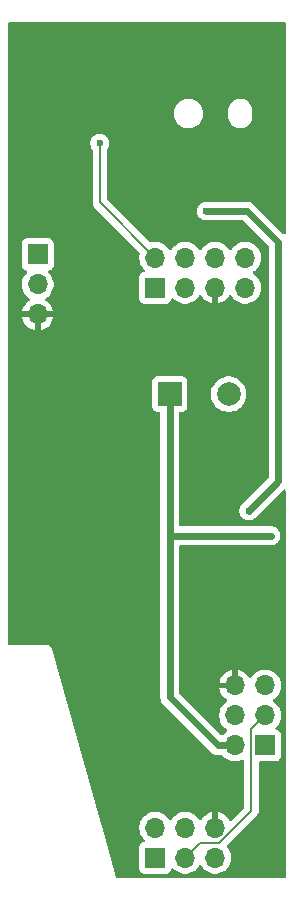
<source format=gbr>
%TF.GenerationSoftware,KiCad,Pcbnew,9.0.0*%
%TF.CreationDate,2025-03-02T17:32:46-06:00*%
%TF.ProjectId,ptSolar-Breakout,7074536f-6c61-4722-9d42-7265616b6f75,rev?*%
%TF.SameCoordinates,Original*%
%TF.FileFunction,Copper,L2,Bot*%
%TF.FilePolarity,Positive*%
%FSLAX46Y46*%
G04 Gerber Fmt 4.6, Leading zero omitted, Abs format (unit mm)*
G04 Created by KiCad (PCBNEW 9.0.0) date 2025-03-02 17:32:46*
%MOMM*%
%LPD*%
G01*
G04 APERTURE LIST*
%TA.AperFunction,ComponentPad*%
%ADD10R,1.700000X1.700000*%
%TD*%
%TA.AperFunction,ComponentPad*%
%ADD11O,1.700000X1.700000*%
%TD*%
%TA.AperFunction,ComponentPad*%
%ADD12R,2.000000X2.000000*%
%TD*%
%TA.AperFunction,ComponentPad*%
%ADD13C,2.000000*%
%TD*%
%TA.AperFunction,ViaPad*%
%ADD14C,0.600000*%
%TD*%
%TA.AperFunction,Conductor*%
%ADD15C,0.200000*%
%TD*%
%TA.AperFunction,Conductor*%
%ADD16C,0.600000*%
%TD*%
G04 APERTURE END LIST*
D10*
%TO.P,J2,1,Pin_1*%
%TO.N,Net-(J2-Pin_1)*%
X155700000Y-90740000D03*
D11*
%TO.P,J2,2,Pin_2*%
%TO.N,+3.3V*%
X155700000Y-88200000D03*
%TO.P,J2,3,Pin_3*%
%TO.N,Net-(J2-Pin_3)*%
X158240000Y-90740000D03*
%TO.P,J2,4,Pin_4*%
%TO.N,Net-(J2-Pin_4)*%
X158240000Y-88200000D03*
%TO.P,J2,5,Pin_5*%
%TO.N,GND*%
X160780000Y-90740000D03*
%TO.P,J2,6,Pin_6*%
%TO.N,Net-(J2-Pin_6)*%
X160780000Y-88200000D03*
%TO.P,J2,7,Pin_7*%
%TO.N,unconnected-(J2-Pin_7-Pad7)*%
X163320000Y-90740000D03*
%TO.P,J2,8,Pin_8*%
%TO.N,Net-(J2-Pin_8)*%
X163320000Y-88200000D03*
%TD*%
D10*
%TO.P,J1,1,Pin_1*%
%TO.N,/MISO*%
X165000000Y-129500000D03*
D11*
%TO.P,J1,2,Pin_2*%
%TO.N,+BATT*%
X162460000Y-129500000D03*
%TO.P,J1,3,Pin_3*%
%TO.N,/SCK*%
X165000000Y-126960000D03*
%TO.P,J1,4,Pin_4*%
%TO.N,/MOSI*%
X162460000Y-126960000D03*
%TO.P,J1,5,Pin_5*%
%TO.N,/RESET*%
X165000000Y-124420000D03*
%TO.P,J1,6,Pin_6*%
%TO.N,GND*%
X162460000Y-124420000D03*
%TD*%
D10*
%TO.P,J3,1,Pin_1*%
%TO.N,/MISO*%
X155700000Y-139000000D03*
D11*
%TO.P,J3,2,Pin_2*%
%TO.N,+BATT*%
X155700000Y-136460000D03*
%TO.P,J3,3,Pin_3*%
%TO.N,/SCK*%
X158240000Y-139000000D03*
%TO.P,J3,4,Pin_4*%
%TO.N,/MOSI*%
X158240000Y-136460000D03*
%TO.P,J3,5,Pin_5*%
%TO.N,/RESET*%
X160780000Y-139000000D03*
%TO.P,J3,6,Pin_6*%
%TO.N,GND*%
X160780000Y-136460000D03*
%TD*%
D10*
%TO.P,J5,1,Pin_1*%
%TO.N,Net-(J2-Pin_1)*%
X145750000Y-87920000D03*
D11*
%TO.P,J5,2,Pin_2*%
%TO.N,Net-(J2-Pin_3)*%
X145750000Y-90460000D03*
%TO.P,J5,3,Pin_3*%
%TO.N,GND*%
X145750000Y-93000000D03*
%TD*%
D12*
%TO.P,PZ1,1*%
%TO.N,+BATT*%
X156926041Y-99750000D03*
D13*
%TO.P,PZ1,2*%
%TO.N,Net-(D1-A)*%
X161926041Y-99750000D03*
%TD*%
D14*
%TO.N,+3.3V*%
X151000000Y-78500000D03*
%TO.N,+BATT*%
X165500000Y-111750000D03*
%TO.N,Net-(U1-VI)*%
X163625000Y-109625000D03*
X160000000Y-84250000D03*
%TO.N,GND*%
X159500000Y-107000000D03*
X165500000Y-138750000D03*
X160250000Y-70500000D03*
X149000000Y-120000000D03*
X145750000Y-81250000D03*
X154000000Y-70500000D03*
X154000000Y-107000000D03*
X159500000Y-120000000D03*
X163750000Y-107000000D03*
X144750000Y-120000000D03*
X164750000Y-120000000D03*
X157750000Y-84500000D03*
X154000000Y-120000000D03*
X165750000Y-70500000D03*
X144750000Y-106750000D03*
X149000000Y-106750000D03*
%TD*%
D15*
%TO.N,+3.3V*%
X151000000Y-83500000D02*
X151000000Y-78500000D01*
X155700000Y-88200000D02*
X151000000Y-83500000D01*
D16*
%TO.N,+BATT*%
X161000000Y-129500000D02*
X156926041Y-125426041D01*
X165500000Y-111750000D02*
X156926041Y-111750000D01*
X156926041Y-125426041D02*
X156926041Y-111750000D01*
X156926041Y-111750000D02*
X156926041Y-99750000D01*
X162460000Y-129500000D02*
X161000000Y-129500000D01*
%TO.N,Net-(U1-VI)*%
X166126041Y-107123959D02*
X166126041Y-86876041D01*
X163500000Y-84250000D02*
X160000000Y-84250000D01*
X163625000Y-109625000D02*
X166126041Y-107123959D01*
X166126041Y-86876041D02*
X163500000Y-84250000D01*
D15*
%TO.N,/SCK*%
X165000000Y-126960000D02*
X163850000Y-128110000D01*
X163850000Y-135016346D02*
X161116346Y-137750000D01*
X161116346Y-137750000D02*
X159490000Y-137750000D01*
X159490000Y-137750000D02*
X158240000Y-139000000D01*
X163850000Y-128110000D02*
X163850000Y-135016346D01*
%TD*%
%TA.AperFunction,Conductor*%
%TO.N,GND*%
G36*
X166692539Y-68270185D02*
G01*
X166738294Y-68322989D01*
X166749500Y-68374500D01*
X166749500Y-86068059D01*
X166729815Y-86135098D01*
X166677011Y-86180853D01*
X166607853Y-86190797D01*
X166544297Y-86161772D01*
X166537819Y-86155740D01*
X164010292Y-83628213D01*
X164010288Y-83628210D01*
X163879185Y-83540609D01*
X163879172Y-83540602D01*
X163733501Y-83480264D01*
X163733489Y-83480261D01*
X163578845Y-83449500D01*
X163578842Y-83449500D01*
X159921158Y-83449500D01*
X159921155Y-83449500D01*
X159766510Y-83480261D01*
X159766498Y-83480264D01*
X159620827Y-83540602D01*
X159620814Y-83540609D01*
X159489711Y-83628210D01*
X159489707Y-83628213D01*
X159378213Y-83739707D01*
X159378210Y-83739711D01*
X159290609Y-83870814D01*
X159290602Y-83870827D01*
X159230264Y-84016498D01*
X159230261Y-84016510D01*
X159199500Y-84171153D01*
X159199500Y-84328846D01*
X159230261Y-84483489D01*
X159230264Y-84483501D01*
X159290602Y-84629172D01*
X159290609Y-84629185D01*
X159378210Y-84760288D01*
X159378213Y-84760292D01*
X159489707Y-84871786D01*
X159489711Y-84871789D01*
X159620814Y-84959390D01*
X159620827Y-84959397D01*
X159766498Y-85019735D01*
X159766503Y-85019737D01*
X159921153Y-85050499D01*
X159921156Y-85050500D01*
X159921158Y-85050500D01*
X163117060Y-85050500D01*
X163184099Y-85070185D01*
X163204741Y-85086819D01*
X165289222Y-87171300D01*
X165322707Y-87232623D01*
X165325541Y-87258981D01*
X165325541Y-106741018D01*
X165305856Y-106808057D01*
X165289222Y-106828699D01*
X163003213Y-109114707D01*
X163003210Y-109114711D01*
X162915609Y-109245814D01*
X162915602Y-109245827D01*
X162855264Y-109391498D01*
X162855261Y-109391510D01*
X162824500Y-109546153D01*
X162824500Y-109703846D01*
X162855261Y-109858489D01*
X162855264Y-109858501D01*
X162915602Y-110004172D01*
X162915609Y-110004185D01*
X163003210Y-110135288D01*
X163003213Y-110135292D01*
X163114707Y-110246786D01*
X163114711Y-110246789D01*
X163245814Y-110334390D01*
X163245827Y-110334397D01*
X163391498Y-110394735D01*
X163391503Y-110394737D01*
X163546153Y-110425499D01*
X163546156Y-110425500D01*
X163546158Y-110425500D01*
X163703844Y-110425500D01*
X163703845Y-110425499D01*
X163858497Y-110394737D01*
X164004179Y-110334394D01*
X164135289Y-110246789D01*
X166537819Y-107844259D01*
X166599142Y-107810774D01*
X166668834Y-107815758D01*
X166724767Y-107857630D01*
X166749184Y-107923094D01*
X166749500Y-107931940D01*
X166749500Y-140625500D01*
X166729815Y-140692539D01*
X166677011Y-140738294D01*
X166625500Y-140749500D01*
X152474352Y-140749500D01*
X152407313Y-140729815D01*
X152361558Y-140677011D01*
X152354897Y-140658766D01*
X152269050Y-140350498D01*
X151156021Y-136353713D01*
X154349500Y-136353713D01*
X154349500Y-136566286D01*
X154382753Y-136776239D01*
X154448444Y-136978414D01*
X154544951Y-137167820D01*
X154669890Y-137339786D01*
X154783430Y-137453326D01*
X154816915Y-137514649D01*
X154811931Y-137584341D01*
X154770059Y-137640274D01*
X154739083Y-137657189D01*
X154607669Y-137706203D01*
X154607664Y-137706206D01*
X154492455Y-137792452D01*
X154492452Y-137792455D01*
X154406206Y-137907664D01*
X154406202Y-137907671D01*
X154355908Y-138042517D01*
X154349501Y-138102116D01*
X154349500Y-138102135D01*
X154349500Y-139897870D01*
X154349501Y-139897876D01*
X154355908Y-139957483D01*
X154406202Y-140092328D01*
X154406206Y-140092335D01*
X154492452Y-140207544D01*
X154492455Y-140207547D01*
X154607664Y-140293793D01*
X154607671Y-140293797D01*
X154742517Y-140344091D01*
X154742516Y-140344091D01*
X154749444Y-140344835D01*
X154802127Y-140350500D01*
X156597872Y-140350499D01*
X156657483Y-140344091D01*
X156792331Y-140293796D01*
X156907546Y-140207546D01*
X156993796Y-140092331D01*
X157042810Y-139960916D01*
X157084681Y-139904984D01*
X157150145Y-139880566D01*
X157218418Y-139895417D01*
X157246673Y-139916569D01*
X157360213Y-140030109D01*
X157532179Y-140155048D01*
X157532181Y-140155049D01*
X157532184Y-140155051D01*
X157721588Y-140251557D01*
X157923757Y-140317246D01*
X158133713Y-140350500D01*
X158133714Y-140350500D01*
X158346286Y-140350500D01*
X158346287Y-140350500D01*
X158556243Y-140317246D01*
X158758412Y-140251557D01*
X158947816Y-140155051D01*
X159034138Y-140092335D01*
X159119786Y-140030109D01*
X159119788Y-140030106D01*
X159119792Y-140030104D01*
X159270104Y-139879792D01*
X159270106Y-139879788D01*
X159270109Y-139879786D01*
X159395048Y-139707820D01*
X159395047Y-139707820D01*
X159395051Y-139707816D01*
X159399514Y-139699054D01*
X159447488Y-139648259D01*
X159515308Y-139631463D01*
X159581444Y-139653999D01*
X159620486Y-139699056D01*
X159624951Y-139707820D01*
X159749890Y-139879786D01*
X159900213Y-140030109D01*
X160072179Y-140155048D01*
X160072181Y-140155049D01*
X160072184Y-140155051D01*
X160261588Y-140251557D01*
X160463757Y-140317246D01*
X160673713Y-140350500D01*
X160673714Y-140350500D01*
X160886286Y-140350500D01*
X160886287Y-140350500D01*
X161096243Y-140317246D01*
X161298412Y-140251557D01*
X161487816Y-140155051D01*
X161574138Y-140092335D01*
X161659786Y-140030109D01*
X161659788Y-140030106D01*
X161659792Y-140030104D01*
X161810104Y-139879792D01*
X161810106Y-139879788D01*
X161810109Y-139879786D01*
X161935048Y-139707820D01*
X161935047Y-139707820D01*
X161935051Y-139707816D01*
X162031557Y-139518412D01*
X162097246Y-139316243D01*
X162130500Y-139106287D01*
X162130500Y-138893713D01*
X162097246Y-138683757D01*
X162031557Y-138481588D01*
X161935051Y-138292184D01*
X161935049Y-138292181D01*
X161935048Y-138292179D01*
X161810109Y-138120213D01*
X161790419Y-138100523D01*
X161756934Y-138039200D01*
X161761918Y-137969508D01*
X161790419Y-137925161D01*
X162262255Y-137453325D01*
X164330520Y-135385062D01*
X164409577Y-135248130D01*
X164450501Y-135095403D01*
X164450501Y-134937288D01*
X164450501Y-134929693D01*
X164450500Y-134929675D01*
X164450500Y-130974499D01*
X164470185Y-130907460D01*
X164522989Y-130861705D01*
X164574500Y-130850499D01*
X165897871Y-130850499D01*
X165897872Y-130850499D01*
X165957483Y-130844091D01*
X166092331Y-130793796D01*
X166207546Y-130707546D01*
X166293796Y-130592331D01*
X166344091Y-130457483D01*
X166350500Y-130397873D01*
X166350499Y-128602128D01*
X166344091Y-128542517D01*
X166317004Y-128469894D01*
X166293797Y-128407671D01*
X166293793Y-128407664D01*
X166207547Y-128292455D01*
X166207544Y-128292452D01*
X166092335Y-128206206D01*
X166092328Y-128206202D01*
X165960917Y-128157189D01*
X165904983Y-128115318D01*
X165880566Y-128049853D01*
X165895418Y-127981580D01*
X165916563Y-127953332D01*
X166030104Y-127839792D01*
X166155051Y-127667816D01*
X166251557Y-127478412D01*
X166317246Y-127276243D01*
X166350500Y-127066287D01*
X166350500Y-126853713D01*
X166317246Y-126643757D01*
X166251557Y-126441588D01*
X166155051Y-126252184D01*
X166155049Y-126252181D01*
X166155048Y-126252179D01*
X166030109Y-126080213D01*
X165879786Y-125929890D01*
X165707820Y-125804951D01*
X165707115Y-125804591D01*
X165699054Y-125800485D01*
X165648259Y-125752512D01*
X165631463Y-125684692D01*
X165653999Y-125618556D01*
X165699054Y-125579515D01*
X165707816Y-125575051D01*
X165729789Y-125559086D01*
X165879786Y-125450109D01*
X165879788Y-125450106D01*
X165879792Y-125450104D01*
X166030104Y-125299792D01*
X166030106Y-125299788D01*
X166030109Y-125299786D01*
X166155048Y-125127820D01*
X166155050Y-125127817D01*
X166155051Y-125127816D01*
X166251557Y-124938412D01*
X166317246Y-124736243D01*
X166350500Y-124526287D01*
X166350500Y-124313713D01*
X166317246Y-124103757D01*
X166251557Y-123901588D01*
X166155051Y-123712184D01*
X166155049Y-123712181D01*
X166155048Y-123712179D01*
X166030109Y-123540213D01*
X165879786Y-123389890D01*
X165707820Y-123264951D01*
X165518414Y-123168444D01*
X165518413Y-123168443D01*
X165518412Y-123168443D01*
X165316243Y-123102754D01*
X165316241Y-123102753D01*
X165316240Y-123102753D01*
X165154957Y-123077208D01*
X165106287Y-123069500D01*
X164893713Y-123069500D01*
X164845042Y-123077208D01*
X164683760Y-123102753D01*
X164481585Y-123168444D01*
X164292179Y-123264951D01*
X164120213Y-123389890D01*
X163969890Y-123540213D01*
X163844949Y-123712182D01*
X163840202Y-123721499D01*
X163792227Y-123772293D01*
X163724405Y-123789087D01*
X163658271Y-123766548D01*
X163619234Y-123721495D01*
X163614622Y-123712444D01*
X163489727Y-123540540D01*
X163489723Y-123540535D01*
X163339464Y-123390276D01*
X163339459Y-123390272D01*
X163167557Y-123265379D01*
X162978215Y-123168903D01*
X162776124Y-123103241D01*
X162710000Y-123092768D01*
X162710000Y-123986988D01*
X162652993Y-123954075D01*
X162525826Y-123920000D01*
X162394174Y-123920000D01*
X162267007Y-123954075D01*
X162210000Y-123986988D01*
X162210000Y-123092768D01*
X162209999Y-123092768D01*
X162143875Y-123103241D01*
X161941784Y-123168903D01*
X161752442Y-123265379D01*
X161580540Y-123390272D01*
X161580535Y-123390276D01*
X161430276Y-123540535D01*
X161430272Y-123540540D01*
X161305379Y-123712442D01*
X161208904Y-123901782D01*
X161143242Y-124103870D01*
X161143242Y-124103873D01*
X161132769Y-124170000D01*
X162026988Y-124170000D01*
X161994075Y-124227007D01*
X161960000Y-124354174D01*
X161960000Y-124485826D01*
X161994075Y-124612993D01*
X162026988Y-124670000D01*
X161132769Y-124670000D01*
X161143242Y-124736126D01*
X161143242Y-124736129D01*
X161208904Y-124938217D01*
X161305379Y-125127557D01*
X161430272Y-125299459D01*
X161430276Y-125299464D01*
X161580535Y-125449723D01*
X161580540Y-125449727D01*
X161752444Y-125574622D01*
X161761495Y-125579234D01*
X161812292Y-125627208D01*
X161829087Y-125695029D01*
X161806550Y-125761164D01*
X161761499Y-125800202D01*
X161752182Y-125804949D01*
X161580213Y-125929890D01*
X161429890Y-126080213D01*
X161304951Y-126252179D01*
X161208444Y-126441585D01*
X161142753Y-126643760D01*
X161109500Y-126853713D01*
X161109500Y-127066286D01*
X161142753Y-127276239D01*
X161208444Y-127478414D01*
X161304951Y-127667820D01*
X161429890Y-127839786D01*
X161580213Y-127990109D01*
X161752182Y-128115050D01*
X161760946Y-128119516D01*
X161811742Y-128167491D01*
X161828536Y-128235312D01*
X161805998Y-128301447D01*
X161760946Y-128340484D01*
X161752182Y-128344949D01*
X161580213Y-128469890D01*
X161580209Y-128469894D01*
X161428772Y-128621332D01*
X161367449Y-128654817D01*
X161297757Y-128649833D01*
X161253410Y-128621332D01*
X157762860Y-125130782D01*
X157729375Y-125069459D01*
X157726541Y-125043101D01*
X157726541Y-112674500D01*
X157746226Y-112607461D01*
X157799030Y-112561706D01*
X157850541Y-112550500D01*
X165578844Y-112550500D01*
X165578845Y-112550499D01*
X165733497Y-112519737D01*
X165879179Y-112459394D01*
X166010289Y-112371789D01*
X166121789Y-112260289D01*
X166209394Y-112129179D01*
X166269737Y-111983497D01*
X166300500Y-111828842D01*
X166300500Y-111671158D01*
X166300500Y-111671155D01*
X166300499Y-111671153D01*
X166269738Y-111516510D01*
X166269737Y-111516503D01*
X166269735Y-111516498D01*
X166209397Y-111370827D01*
X166209390Y-111370814D01*
X166121789Y-111239711D01*
X166121786Y-111239707D01*
X166010292Y-111128213D01*
X166010288Y-111128210D01*
X165879185Y-111040609D01*
X165879172Y-111040602D01*
X165733501Y-110980264D01*
X165733489Y-110980261D01*
X165578845Y-110949500D01*
X165578842Y-110949500D01*
X157850541Y-110949500D01*
X157783502Y-110929815D01*
X157737747Y-110877011D01*
X157726541Y-110825500D01*
X157726541Y-101374499D01*
X157746226Y-101307460D01*
X157799030Y-101261705D01*
X157850541Y-101250499D01*
X157973912Y-101250499D01*
X157973913Y-101250499D01*
X158033524Y-101244091D01*
X158168372Y-101193796D01*
X158283587Y-101107546D01*
X158369837Y-100992331D01*
X158420132Y-100857483D01*
X158426541Y-100797873D01*
X158426540Y-99631902D01*
X160425541Y-99631902D01*
X160425541Y-99868097D01*
X160462487Y-100101368D01*
X160535474Y-100325996D01*
X160642698Y-100536433D01*
X160781524Y-100727510D01*
X160948531Y-100894517D01*
X161139608Y-101033343D01*
X161239032Y-101084002D01*
X161350044Y-101140566D01*
X161350046Y-101140566D01*
X161350049Y-101140568D01*
X161470453Y-101179689D01*
X161574672Y-101213553D01*
X161807944Y-101250500D01*
X161807949Y-101250500D01*
X162044138Y-101250500D01*
X162277409Y-101213553D01*
X162502033Y-101140568D01*
X162712474Y-101033343D01*
X162903551Y-100894517D01*
X163070558Y-100727510D01*
X163209384Y-100536433D01*
X163316609Y-100325992D01*
X163389594Y-100101368D01*
X163426541Y-99868097D01*
X163426541Y-99631902D01*
X163389594Y-99398631D01*
X163316607Y-99174003D01*
X163209383Y-98963566D01*
X163070558Y-98772490D01*
X162903551Y-98605483D01*
X162712474Y-98466657D01*
X162502037Y-98359433D01*
X162277409Y-98286446D01*
X162044138Y-98249500D01*
X162044133Y-98249500D01*
X161807949Y-98249500D01*
X161807944Y-98249500D01*
X161574672Y-98286446D01*
X161350044Y-98359433D01*
X161139607Y-98466657D01*
X161083160Y-98507669D01*
X160948531Y-98605483D01*
X160948529Y-98605485D01*
X160948528Y-98605485D01*
X160781526Y-98772487D01*
X160781526Y-98772488D01*
X160781524Y-98772490D01*
X160721903Y-98854550D01*
X160642698Y-98963566D01*
X160535474Y-99174003D01*
X160462487Y-99398631D01*
X160425541Y-99631902D01*
X158426540Y-99631902D01*
X158426540Y-98702128D01*
X158420132Y-98642517D01*
X158406319Y-98605483D01*
X158369838Y-98507671D01*
X158369834Y-98507664D01*
X158283588Y-98392455D01*
X158283585Y-98392452D01*
X158168376Y-98306206D01*
X158168369Y-98306202D01*
X158033523Y-98255908D01*
X158033524Y-98255908D01*
X157973924Y-98249501D01*
X157973922Y-98249500D01*
X157973914Y-98249500D01*
X157973905Y-98249500D01*
X155878170Y-98249500D01*
X155878164Y-98249501D01*
X155818557Y-98255908D01*
X155683712Y-98306202D01*
X155683705Y-98306206D01*
X155568496Y-98392452D01*
X155568493Y-98392455D01*
X155482247Y-98507664D01*
X155482243Y-98507671D01*
X155431949Y-98642517D01*
X155425542Y-98702116D01*
X155425542Y-98702123D01*
X155425541Y-98702135D01*
X155425541Y-100797870D01*
X155425542Y-100797876D01*
X155431949Y-100857483D01*
X155482243Y-100992328D01*
X155482247Y-100992335D01*
X155568493Y-101107544D01*
X155568496Y-101107547D01*
X155683705Y-101193793D01*
X155683712Y-101193797D01*
X155728659Y-101210561D01*
X155818558Y-101244091D01*
X155878168Y-101250500D01*
X156001541Y-101250499D01*
X156068580Y-101270183D01*
X156114335Y-101322987D01*
X156125541Y-101374499D01*
X156125541Y-125504887D01*
X156156302Y-125659530D01*
X156156305Y-125659542D01*
X156216643Y-125805213D01*
X156216650Y-125805226D01*
X156304251Y-125936329D01*
X156304254Y-125936333D01*
X160378211Y-130010289D01*
X160489711Y-130121789D01*
X160489712Y-130121790D01*
X160620814Y-130209390D01*
X160620827Y-130209397D01*
X160766498Y-130269735D01*
X160766503Y-130269737D01*
X160921153Y-130300499D01*
X160921156Y-130300500D01*
X160921158Y-130300500D01*
X161309106Y-130300500D01*
X161376145Y-130320185D01*
X161409422Y-130351612D01*
X161429896Y-130379792D01*
X161429898Y-130379794D01*
X161580213Y-130530109D01*
X161752179Y-130655048D01*
X161752181Y-130655049D01*
X161752184Y-130655051D01*
X161941588Y-130751557D01*
X162143757Y-130817246D01*
X162353713Y-130850500D01*
X162353714Y-130850500D01*
X162566286Y-130850500D01*
X162566287Y-130850500D01*
X162776243Y-130817246D01*
X162978412Y-130751557D01*
X163069204Y-130705295D01*
X163137874Y-130692399D01*
X163202614Y-130718675D01*
X163242872Y-130775781D01*
X163249500Y-130815780D01*
X163249500Y-134716248D01*
X163229815Y-134783287D01*
X163213181Y-134803929D01*
X162166708Y-135850401D01*
X162105385Y-135883886D01*
X162035693Y-135878902D01*
X161979760Y-135837030D01*
X161968543Y-135819016D01*
X161934622Y-135752444D01*
X161809727Y-135580540D01*
X161809723Y-135580535D01*
X161659464Y-135430276D01*
X161659459Y-135430272D01*
X161487557Y-135305379D01*
X161298215Y-135208903D01*
X161096124Y-135143241D01*
X161030000Y-135132768D01*
X161030000Y-136026988D01*
X160972993Y-135994075D01*
X160845826Y-135960000D01*
X160714174Y-135960000D01*
X160587007Y-135994075D01*
X160530000Y-136026988D01*
X160530000Y-135132768D01*
X160529999Y-135132768D01*
X160463875Y-135143241D01*
X160261784Y-135208903D01*
X160072442Y-135305379D01*
X159900540Y-135430272D01*
X159900535Y-135430276D01*
X159750276Y-135580535D01*
X159750272Y-135580540D01*
X159625378Y-135752443D01*
X159620762Y-135761502D01*
X159572784Y-135812295D01*
X159504963Y-135829087D01*
X159438829Y-135806546D01*
X159399794Y-135761493D01*
X159395051Y-135752184D01*
X159395049Y-135752181D01*
X159395048Y-135752179D01*
X159270109Y-135580213D01*
X159119786Y-135429890D01*
X158947820Y-135304951D01*
X158758414Y-135208444D01*
X158758413Y-135208443D01*
X158758412Y-135208443D01*
X158556243Y-135142754D01*
X158556241Y-135142753D01*
X158556240Y-135142753D01*
X158394957Y-135117208D01*
X158346287Y-135109500D01*
X158133713Y-135109500D01*
X158085042Y-135117208D01*
X157923760Y-135142753D01*
X157721585Y-135208444D01*
X157532179Y-135304951D01*
X157360213Y-135429890D01*
X157209890Y-135580213D01*
X157084949Y-135752182D01*
X157080484Y-135760946D01*
X157032509Y-135811742D01*
X156964688Y-135828536D01*
X156898553Y-135805998D01*
X156859516Y-135760946D01*
X156855050Y-135752182D01*
X156730109Y-135580213D01*
X156579786Y-135429890D01*
X156407820Y-135304951D01*
X156218414Y-135208444D01*
X156218413Y-135208443D01*
X156218412Y-135208443D01*
X156016243Y-135142754D01*
X156016241Y-135142753D01*
X156016240Y-135142753D01*
X155854957Y-135117208D01*
X155806287Y-135109500D01*
X155593713Y-135109500D01*
X155545042Y-135117208D01*
X155383760Y-135142753D01*
X155181585Y-135208444D01*
X154992179Y-135304951D01*
X154820213Y-135429890D01*
X154669890Y-135580213D01*
X154544951Y-135752179D01*
X154448444Y-135941585D01*
X154382753Y-136143760D01*
X154349500Y-136353713D01*
X151156021Y-136353713D01*
X151003493Y-135805998D01*
X149658013Y-130974499D01*
X146982819Y-121368122D01*
X146966392Y-121306814D01*
X146965145Y-121304656D01*
X146964478Y-121302258D01*
X146964476Y-121302256D01*
X146964476Y-121302253D01*
X146932458Y-121248030D01*
X146931923Y-121247112D01*
X146900504Y-121192692D01*
X146900501Y-121192689D01*
X146900500Y-121192686D01*
X146900497Y-121192683D01*
X146898611Y-121190226D01*
X146898589Y-121190198D01*
X146897585Y-121188889D01*
X146852560Y-121144738D01*
X146852147Y-121144333D01*
X146807314Y-121099500D01*
X146805155Y-121098253D01*
X146803375Y-121096508D01*
X146748669Y-121065634D01*
X146747627Y-121065039D01*
X146693182Y-121033605D01*
X146690314Y-121032417D01*
X146688780Y-121031781D01*
X146627703Y-121016056D01*
X146627703Y-121016055D01*
X146627037Y-121015883D01*
X146565892Y-120999500D01*
X146563402Y-120999500D01*
X146560982Y-120998877D01*
X146498155Y-120999494D01*
X146496939Y-120999500D01*
X143374500Y-120999500D01*
X143307461Y-120979815D01*
X143261706Y-120927011D01*
X143250500Y-120875500D01*
X143250500Y-87022135D01*
X144399500Y-87022135D01*
X144399500Y-88817870D01*
X144399501Y-88817876D01*
X144405908Y-88877483D01*
X144456202Y-89012328D01*
X144456206Y-89012335D01*
X144542452Y-89127544D01*
X144542455Y-89127547D01*
X144657664Y-89213793D01*
X144657671Y-89213797D01*
X144789082Y-89262810D01*
X144845016Y-89304681D01*
X144869433Y-89370145D01*
X144854582Y-89438418D01*
X144833431Y-89466673D01*
X144719889Y-89580215D01*
X144594951Y-89752179D01*
X144498444Y-89941585D01*
X144432753Y-90143760D01*
X144399500Y-90353713D01*
X144399500Y-90566286D01*
X144428788Y-90751206D01*
X144432754Y-90776243D01*
X144483685Y-90932993D01*
X144498444Y-90978414D01*
X144594951Y-91167820D01*
X144719890Y-91339786D01*
X144870213Y-91490109D01*
X145042179Y-91615048D01*
X145042181Y-91615049D01*
X145042184Y-91615051D01*
X145051493Y-91619794D01*
X145102290Y-91667766D01*
X145119087Y-91735587D01*
X145096552Y-91801722D01*
X145051502Y-91840762D01*
X145042443Y-91845378D01*
X144870540Y-91970272D01*
X144870535Y-91970276D01*
X144720276Y-92120535D01*
X144720272Y-92120540D01*
X144595379Y-92292442D01*
X144498904Y-92481782D01*
X144433242Y-92683870D01*
X144433242Y-92683873D01*
X144422769Y-92750000D01*
X145316988Y-92750000D01*
X145284075Y-92807007D01*
X145250000Y-92934174D01*
X145250000Y-93065826D01*
X145284075Y-93192993D01*
X145316988Y-93250000D01*
X144422769Y-93250000D01*
X144433242Y-93316126D01*
X144433242Y-93316129D01*
X144498904Y-93518217D01*
X144595379Y-93707557D01*
X144720272Y-93879459D01*
X144720276Y-93879464D01*
X144870535Y-94029723D01*
X144870540Y-94029727D01*
X145042442Y-94154620D01*
X145231782Y-94251095D01*
X145433871Y-94316757D01*
X145500000Y-94327231D01*
X145500000Y-93433012D01*
X145557007Y-93465925D01*
X145684174Y-93500000D01*
X145815826Y-93500000D01*
X145942993Y-93465925D01*
X146000000Y-93433012D01*
X146000000Y-94327230D01*
X146066126Y-94316757D01*
X146066129Y-94316757D01*
X146268217Y-94251095D01*
X146457557Y-94154620D01*
X146629459Y-94029727D01*
X146629464Y-94029723D01*
X146779723Y-93879464D01*
X146779727Y-93879459D01*
X146904620Y-93707557D01*
X147001095Y-93518217D01*
X147066757Y-93316129D01*
X147066757Y-93316126D01*
X147077231Y-93250000D01*
X146183012Y-93250000D01*
X146215925Y-93192993D01*
X146250000Y-93065826D01*
X146250000Y-92934174D01*
X146215925Y-92807007D01*
X146183012Y-92750000D01*
X147077231Y-92750000D01*
X147066757Y-92683873D01*
X147066757Y-92683870D01*
X147001095Y-92481782D01*
X146904620Y-92292442D01*
X146779727Y-92120540D01*
X146779723Y-92120535D01*
X146629464Y-91970276D01*
X146629459Y-91970272D01*
X146457555Y-91845377D01*
X146448500Y-91840763D01*
X146397706Y-91792788D01*
X146380912Y-91724966D01*
X146403451Y-91658832D01*
X146448508Y-91619793D01*
X146457816Y-91615051D01*
X146537007Y-91557515D01*
X146629786Y-91490109D01*
X146629788Y-91490106D01*
X146629792Y-91490104D01*
X146780104Y-91339792D01*
X146780106Y-91339788D01*
X146780109Y-91339786D01*
X146905048Y-91167820D01*
X146905047Y-91167820D01*
X146905051Y-91167816D01*
X147001557Y-90978412D01*
X147067246Y-90776243D01*
X147100500Y-90566287D01*
X147100500Y-90353713D01*
X147067246Y-90143757D01*
X147001557Y-89941588D01*
X146905051Y-89752184D01*
X146905049Y-89752181D01*
X146905048Y-89752179D01*
X146780109Y-89580213D01*
X146666569Y-89466673D01*
X146633084Y-89405350D01*
X146638068Y-89335658D01*
X146679940Y-89279725D01*
X146710915Y-89262810D01*
X146842331Y-89213796D01*
X146957546Y-89127546D01*
X147043796Y-89012331D01*
X147094091Y-88877483D01*
X147100500Y-88817873D01*
X147100499Y-87022128D01*
X147094091Y-86962517D01*
X147069465Y-86896492D01*
X147043797Y-86827671D01*
X147043793Y-86827664D01*
X146957547Y-86712455D01*
X146957544Y-86712452D01*
X146842335Y-86626206D01*
X146842328Y-86626202D01*
X146707482Y-86575908D01*
X146707483Y-86575908D01*
X146647883Y-86569501D01*
X146647881Y-86569500D01*
X146647873Y-86569500D01*
X146647864Y-86569500D01*
X144852129Y-86569500D01*
X144852123Y-86569501D01*
X144792516Y-86575908D01*
X144657671Y-86626202D01*
X144657664Y-86626206D01*
X144542455Y-86712452D01*
X144542452Y-86712455D01*
X144456206Y-86827664D01*
X144456202Y-86827671D01*
X144405908Y-86962517D01*
X144399501Y-87022116D01*
X144399501Y-87022123D01*
X144399500Y-87022135D01*
X143250500Y-87022135D01*
X143250500Y-78421153D01*
X150199500Y-78421153D01*
X150199500Y-78578846D01*
X150230261Y-78733489D01*
X150230264Y-78733501D01*
X150290602Y-78879172D01*
X150290609Y-78879185D01*
X150378602Y-79010874D01*
X150399480Y-79077551D01*
X150399500Y-79079765D01*
X150399500Y-83413330D01*
X150399499Y-83413348D01*
X150399499Y-83579054D01*
X150399498Y-83579054D01*
X150440423Y-83731785D01*
X150469358Y-83781900D01*
X150469359Y-83781904D01*
X150469360Y-83781904D01*
X150519479Y-83868714D01*
X150519481Y-83868717D01*
X150638349Y-83987585D01*
X150638355Y-83987590D01*
X154366241Y-87715476D01*
X154399726Y-87776799D01*
X154396492Y-87841473D01*
X154382753Y-87883757D01*
X154349500Y-88093713D01*
X154349500Y-88306286D01*
X154382753Y-88516239D01*
X154448444Y-88718414D01*
X154544951Y-88907820D01*
X154669890Y-89079786D01*
X154783430Y-89193326D01*
X154816915Y-89254649D01*
X154811931Y-89324341D01*
X154770059Y-89380274D01*
X154739083Y-89397189D01*
X154607669Y-89446203D01*
X154607664Y-89446206D01*
X154492455Y-89532452D01*
X154492452Y-89532455D01*
X154406206Y-89647664D01*
X154406202Y-89647671D01*
X154355908Y-89782517D01*
X154349501Y-89842116D01*
X154349500Y-89842135D01*
X154349500Y-91637870D01*
X154349501Y-91637876D01*
X154355908Y-91697483D01*
X154406202Y-91832328D01*
X154406206Y-91832335D01*
X154492452Y-91947544D01*
X154492455Y-91947547D01*
X154607664Y-92033793D01*
X154607671Y-92033797D01*
X154742517Y-92084091D01*
X154742516Y-92084091D01*
X154749444Y-92084835D01*
X154802127Y-92090500D01*
X156597872Y-92090499D01*
X156657483Y-92084091D01*
X156792331Y-92033796D01*
X156907546Y-91947546D01*
X156993796Y-91832331D01*
X157042810Y-91700916D01*
X157084681Y-91644984D01*
X157150145Y-91620566D01*
X157218418Y-91635417D01*
X157246673Y-91656569D01*
X157360213Y-91770109D01*
X157532179Y-91895048D01*
X157532181Y-91895049D01*
X157532184Y-91895051D01*
X157721588Y-91991557D01*
X157923757Y-92057246D01*
X158133713Y-92090500D01*
X158133714Y-92090500D01*
X158346286Y-92090500D01*
X158346287Y-92090500D01*
X158556243Y-92057246D01*
X158758412Y-91991557D01*
X158947816Y-91895051D01*
X158969789Y-91879086D01*
X159119786Y-91770109D01*
X159119788Y-91770106D01*
X159119792Y-91770104D01*
X159270104Y-91619792D01*
X159270106Y-91619788D01*
X159270109Y-91619786D01*
X159337515Y-91527007D01*
X159395051Y-91447816D01*
X159399793Y-91438508D01*
X159447763Y-91387711D01*
X159515583Y-91370911D01*
X159581719Y-91393445D01*
X159620763Y-91438500D01*
X159625377Y-91447555D01*
X159750272Y-91619459D01*
X159750276Y-91619464D01*
X159900535Y-91769723D01*
X159900540Y-91769727D01*
X160072442Y-91894620D01*
X160261782Y-91991095D01*
X160463871Y-92056757D01*
X160530000Y-92067231D01*
X160530000Y-91173012D01*
X160587007Y-91205925D01*
X160714174Y-91240000D01*
X160845826Y-91240000D01*
X160972993Y-91205925D01*
X161030000Y-91173012D01*
X161030000Y-92067230D01*
X161096126Y-92056757D01*
X161096129Y-92056757D01*
X161298217Y-91991095D01*
X161487557Y-91894620D01*
X161659459Y-91769727D01*
X161659464Y-91769723D01*
X161809723Y-91619464D01*
X161809727Y-91619459D01*
X161934620Y-91447558D01*
X161939232Y-91438507D01*
X161987205Y-91387709D01*
X162055025Y-91370912D01*
X162121161Y-91393447D01*
X162160204Y-91438504D01*
X162164949Y-91447817D01*
X162289890Y-91619786D01*
X162440213Y-91770109D01*
X162612179Y-91895048D01*
X162612181Y-91895049D01*
X162612184Y-91895051D01*
X162801588Y-91991557D01*
X163003757Y-92057246D01*
X163213713Y-92090500D01*
X163213714Y-92090500D01*
X163426286Y-92090500D01*
X163426287Y-92090500D01*
X163636243Y-92057246D01*
X163838412Y-91991557D01*
X164027816Y-91895051D01*
X164049789Y-91879086D01*
X164199786Y-91770109D01*
X164199788Y-91770106D01*
X164199792Y-91770104D01*
X164350104Y-91619792D01*
X164350106Y-91619788D01*
X164350109Y-91619786D01*
X164475048Y-91447820D01*
X164475047Y-91447820D01*
X164475051Y-91447816D01*
X164571557Y-91258412D01*
X164637246Y-91056243D01*
X164670500Y-90846287D01*
X164670500Y-90633713D01*
X164637246Y-90423757D01*
X164571557Y-90221588D01*
X164475051Y-90032184D01*
X164475049Y-90032181D01*
X164475048Y-90032179D01*
X164350109Y-89860213D01*
X164199786Y-89709890D01*
X164027820Y-89584951D01*
X164019600Y-89580763D01*
X164019054Y-89580485D01*
X163968259Y-89532512D01*
X163951463Y-89464692D01*
X163973999Y-89398556D01*
X164019054Y-89359515D01*
X164027816Y-89355051D01*
X164117554Y-89289853D01*
X164199786Y-89230109D01*
X164199788Y-89230106D01*
X164199792Y-89230104D01*
X164350104Y-89079792D01*
X164350106Y-89079788D01*
X164350109Y-89079786D01*
X164475048Y-88907820D01*
X164475047Y-88907820D01*
X164475051Y-88907816D01*
X164571557Y-88718412D01*
X164637246Y-88516243D01*
X164670500Y-88306287D01*
X164670500Y-88093713D01*
X164637246Y-87883757D01*
X164571557Y-87681588D01*
X164475051Y-87492184D01*
X164475049Y-87492181D01*
X164475048Y-87492179D01*
X164350109Y-87320213D01*
X164199786Y-87169890D01*
X164027820Y-87044951D01*
X163838414Y-86948444D01*
X163838413Y-86948443D01*
X163838412Y-86948443D01*
X163636243Y-86882754D01*
X163636241Y-86882753D01*
X163636240Y-86882753D01*
X163474957Y-86857208D01*
X163426287Y-86849500D01*
X163213713Y-86849500D01*
X163165042Y-86857208D01*
X163003760Y-86882753D01*
X162801585Y-86948444D01*
X162612179Y-87044951D01*
X162440213Y-87169890D01*
X162289890Y-87320213D01*
X162164949Y-87492182D01*
X162160484Y-87500946D01*
X162112509Y-87551742D01*
X162044688Y-87568536D01*
X161978553Y-87545998D01*
X161939516Y-87500946D01*
X161935050Y-87492182D01*
X161810109Y-87320213D01*
X161659786Y-87169890D01*
X161487820Y-87044951D01*
X161298414Y-86948444D01*
X161298413Y-86948443D01*
X161298412Y-86948443D01*
X161096243Y-86882754D01*
X161096241Y-86882753D01*
X161096240Y-86882753D01*
X160934957Y-86857208D01*
X160886287Y-86849500D01*
X160673713Y-86849500D01*
X160625042Y-86857208D01*
X160463760Y-86882753D01*
X160261585Y-86948444D01*
X160072179Y-87044951D01*
X159900213Y-87169890D01*
X159749890Y-87320213D01*
X159624949Y-87492182D01*
X159620484Y-87500946D01*
X159572509Y-87551742D01*
X159504688Y-87568536D01*
X159438553Y-87545998D01*
X159399516Y-87500946D01*
X159395050Y-87492182D01*
X159270109Y-87320213D01*
X159119786Y-87169890D01*
X158947820Y-87044951D01*
X158758414Y-86948444D01*
X158758413Y-86948443D01*
X158758412Y-86948443D01*
X158556243Y-86882754D01*
X158556241Y-86882753D01*
X158556240Y-86882753D01*
X158394957Y-86857208D01*
X158346287Y-86849500D01*
X158133713Y-86849500D01*
X158085042Y-86857208D01*
X157923760Y-86882753D01*
X157721585Y-86948444D01*
X157532179Y-87044951D01*
X157360213Y-87169890D01*
X157209890Y-87320213D01*
X157084949Y-87492182D01*
X157080484Y-87500946D01*
X157032509Y-87551742D01*
X156964688Y-87568536D01*
X156898553Y-87545998D01*
X156859516Y-87500946D01*
X156855050Y-87492182D01*
X156730109Y-87320213D01*
X156579786Y-87169890D01*
X156407820Y-87044951D01*
X156218414Y-86948444D01*
X156218413Y-86948443D01*
X156218412Y-86948443D01*
X156016243Y-86882754D01*
X156016241Y-86882753D01*
X156016240Y-86882753D01*
X155854957Y-86857208D01*
X155806287Y-86849500D01*
X155593713Y-86849500D01*
X155565006Y-86854046D01*
X155383757Y-86882753D01*
X155341473Y-86896492D01*
X155271632Y-86898486D01*
X155215476Y-86866241D01*
X151636819Y-83287583D01*
X151603334Y-83226260D01*
X151600500Y-83199902D01*
X151600500Y-79079765D01*
X151620185Y-79012726D01*
X151621398Y-79010874D01*
X151709390Y-78879185D01*
X151709390Y-78879184D01*
X151709394Y-78879179D01*
X151769737Y-78733497D01*
X151800500Y-78578842D01*
X151800500Y-78421158D01*
X151800500Y-78421155D01*
X151800499Y-78421153D01*
X151769738Y-78266510D01*
X151769737Y-78266503D01*
X151769735Y-78266498D01*
X151709397Y-78120827D01*
X151709390Y-78120814D01*
X151621789Y-77989711D01*
X151621786Y-77989707D01*
X151510292Y-77878213D01*
X151510288Y-77878210D01*
X151379185Y-77790609D01*
X151379172Y-77790602D01*
X151233501Y-77730264D01*
X151233489Y-77730261D01*
X151078845Y-77699500D01*
X151078842Y-77699500D01*
X150921158Y-77699500D01*
X150921155Y-77699500D01*
X150766510Y-77730261D01*
X150766498Y-77730264D01*
X150620827Y-77790602D01*
X150620814Y-77790609D01*
X150489711Y-77878210D01*
X150489707Y-77878213D01*
X150378213Y-77989707D01*
X150378210Y-77989711D01*
X150290609Y-78120814D01*
X150290602Y-78120827D01*
X150230264Y-78266498D01*
X150230261Y-78266510D01*
X150199500Y-78421153D01*
X143250500Y-78421153D01*
X143250500Y-75901577D01*
X157249500Y-75901577D01*
X157249500Y-76098422D01*
X157280290Y-76292826D01*
X157341117Y-76480029D01*
X157430476Y-76655405D01*
X157546172Y-76814646D01*
X157685354Y-76953828D01*
X157844595Y-77069524D01*
X157927455Y-77111743D01*
X158019970Y-77158882D01*
X158019972Y-77158882D01*
X158019975Y-77158884D01*
X158120317Y-77191487D01*
X158207173Y-77219709D01*
X158401578Y-77250500D01*
X158401583Y-77250500D01*
X158598422Y-77250500D01*
X158792826Y-77219709D01*
X158980025Y-77158884D01*
X159155405Y-77069524D01*
X159314646Y-76953828D01*
X159453828Y-76814646D01*
X159569524Y-76655405D01*
X159658884Y-76480025D01*
X159701605Y-76348543D01*
X161899499Y-76348543D01*
X161937947Y-76541829D01*
X161937950Y-76541839D01*
X162013364Y-76723907D01*
X162013371Y-76723920D01*
X162122860Y-76887781D01*
X162122863Y-76887785D01*
X162262214Y-77027136D01*
X162262218Y-77027139D01*
X162426079Y-77136628D01*
X162426092Y-77136635D01*
X162608160Y-77212049D01*
X162608165Y-77212051D01*
X162608169Y-77212051D01*
X162608170Y-77212052D01*
X162801456Y-77250500D01*
X162801459Y-77250500D01*
X162998543Y-77250500D01*
X163153336Y-77219709D01*
X163191835Y-77212051D01*
X163373914Y-77136632D01*
X163537782Y-77027139D01*
X163677139Y-76887782D01*
X163786632Y-76723914D01*
X163862051Y-76541835D01*
X163900500Y-76348541D01*
X163900500Y-75651459D01*
X163900500Y-75651456D01*
X163862052Y-75458170D01*
X163862051Y-75458169D01*
X163862051Y-75458165D01*
X163815009Y-75344594D01*
X163786635Y-75276092D01*
X163786628Y-75276079D01*
X163677139Y-75112218D01*
X163677136Y-75112214D01*
X163537785Y-74972863D01*
X163537781Y-74972860D01*
X163373920Y-74863371D01*
X163373907Y-74863364D01*
X163191839Y-74787950D01*
X163191829Y-74787947D01*
X162998543Y-74749500D01*
X162998541Y-74749500D01*
X162801459Y-74749500D01*
X162801457Y-74749500D01*
X162608170Y-74787947D01*
X162608160Y-74787950D01*
X162426092Y-74863364D01*
X162426079Y-74863371D01*
X162262218Y-74972860D01*
X162262214Y-74972863D01*
X162122863Y-75112214D01*
X162122860Y-75112218D01*
X162013371Y-75276079D01*
X162013364Y-75276092D01*
X161937950Y-75458160D01*
X161937947Y-75458170D01*
X161899500Y-75651456D01*
X161899500Y-75651459D01*
X161899500Y-76348541D01*
X161899500Y-76348543D01*
X161899499Y-76348543D01*
X159701605Y-76348543D01*
X159719709Y-76292826D01*
X159750500Y-76098422D01*
X159750500Y-75901577D01*
X159732586Y-75788483D01*
X159719709Y-75707174D01*
X159719707Y-75707169D01*
X159719707Y-75707166D01*
X159712081Y-75683696D01*
X159712077Y-75683686D01*
X159701605Y-75651456D01*
X159658884Y-75519975D01*
X159569524Y-75344595D01*
X159453828Y-75185354D01*
X159314646Y-75046172D01*
X159155405Y-74930476D01*
X158980029Y-74841117D01*
X158792826Y-74780290D01*
X158598422Y-74749500D01*
X158598417Y-74749500D01*
X158401583Y-74749500D01*
X158401578Y-74749500D01*
X158207173Y-74780290D01*
X158019970Y-74841117D01*
X157844594Y-74930476D01*
X157753741Y-74996485D01*
X157685354Y-75046172D01*
X157685352Y-75046174D01*
X157685351Y-75046174D01*
X157546174Y-75185351D01*
X157546174Y-75185352D01*
X157546172Y-75185354D01*
X157496485Y-75253741D01*
X157430476Y-75344594D01*
X157341117Y-75519970D01*
X157280290Y-75707173D01*
X157249500Y-75901577D01*
X143250500Y-75901577D01*
X143250500Y-68374500D01*
X143270185Y-68307461D01*
X143322989Y-68261706D01*
X143374500Y-68250500D01*
X166625500Y-68250500D01*
X166692539Y-68270185D01*
G37*
%TD.AperFunction*%
%TD*%
M02*

</source>
